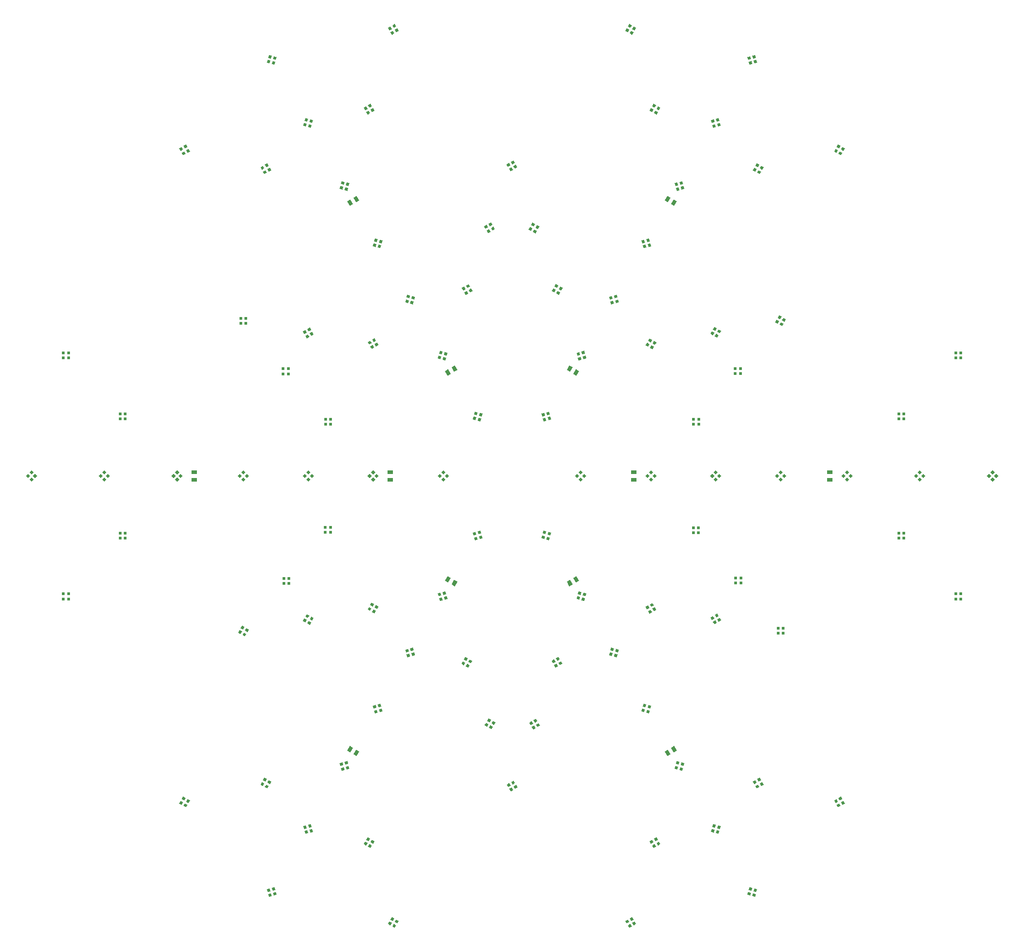
<source format=gbr>
G04 EAGLE Gerber RS-274X export*
G75*
%MOMM*%
%FSLAX34Y34*%
%LPD*%
%INSolderpaste Bottom*%
%IPPOS*%
%AMOC8*
5,1,8,0,0,1.08239X$1,22.5*%
G01*
%ADD10R,1.000000X0.700000*%
%ADD11R,0.550000X0.550000*%
%ADD12R,0.550000X0.550000*%
%ADD13R,0.700000X1.000000*%


D10*
X850000Y992000D03*
X850000Y978000D03*
D11*
G36*
X939393Y985000D02*
X943282Y988889D01*
X947171Y985000D01*
X943282Y981111D01*
X939393Y985000D01*
G37*
G36*
X946111Y978283D02*
X950000Y982172D01*
X953889Y978283D01*
X950000Y974394D01*
X946111Y978283D01*
G37*
G36*
X952829Y985000D02*
X956718Y988889D01*
X960607Y985000D01*
X956718Y981111D01*
X952829Y985000D01*
G37*
G36*
X946111Y991718D02*
X950000Y995607D01*
X953889Y991718D01*
X950000Y987829D01*
X946111Y991718D01*
G37*
G36*
X806893Y985000D02*
X810782Y988889D01*
X814671Y985000D01*
X810782Y981111D01*
X806893Y985000D01*
G37*
G36*
X813611Y978282D02*
X817500Y982171D01*
X821389Y978282D01*
X817500Y974393D01*
X813611Y978282D01*
G37*
G36*
X820329Y985000D02*
X824218Y988889D01*
X828107Y985000D01*
X824218Y981111D01*
X820329Y985000D01*
G37*
G36*
X813611Y991718D02*
X817500Y995607D01*
X821389Y991718D01*
X817500Y987829D01*
X813611Y991718D01*
G37*
D12*
X727750Y1092250D03*
X727750Y1082750D03*
X737250Y1082750D03*
X737250Y1092250D03*
X647750Y1187250D03*
X647750Y1177750D03*
X657250Y1177750D03*
X657250Y1187250D03*
X577250Y1282250D03*
X567750Y1282250D03*
X567750Y1272750D03*
X577250Y1272750D03*
D11*
G36*
X705245Y1252255D02*
X700483Y1249505D01*
X697733Y1254267D01*
X702495Y1257017D01*
X705245Y1252255D01*
G37*
G36*
X700495Y1260483D02*
X695733Y1257733D01*
X692983Y1262495D01*
X697745Y1265245D01*
X700495Y1260483D01*
G37*
G36*
X692267Y1255733D02*
X687505Y1252983D01*
X684755Y1257745D01*
X689517Y1260495D01*
X692267Y1255733D01*
G37*
G36*
X697017Y1247505D02*
X692255Y1244755D01*
X689505Y1249517D01*
X694267Y1252267D01*
X697017Y1247505D01*
G37*
D10*
X480000Y992000D03*
X480000Y978000D03*
D11*
G36*
X827745Y1232255D02*
X822983Y1229505D01*
X820233Y1234267D01*
X824995Y1237017D01*
X827745Y1232255D01*
G37*
G36*
X822995Y1240483D02*
X818233Y1237733D01*
X815483Y1242495D01*
X820245Y1245245D01*
X822995Y1240483D01*
G37*
G36*
X814767Y1235733D02*
X810005Y1232983D01*
X807255Y1237745D01*
X812017Y1240495D01*
X814767Y1235733D01*
G37*
G36*
X819517Y1227505D02*
X814755Y1224755D01*
X812005Y1229517D01*
X816767Y1232267D01*
X819517Y1227505D01*
G37*
G36*
X684394Y985000D02*
X688283Y988889D01*
X692172Y985000D01*
X688283Y981111D01*
X684394Y985000D01*
G37*
G36*
X691111Y978282D02*
X695000Y982171D01*
X698889Y978282D01*
X695000Y974393D01*
X691111Y978282D01*
G37*
G36*
X697829Y985000D02*
X701718Y988889D01*
X705607Y985000D01*
X701718Y981111D01*
X697829Y985000D01*
G37*
G36*
X691111Y991718D02*
X695000Y995607D01*
X698889Y991718D01*
X695000Y987829D01*
X691111Y991718D01*
G37*
G36*
X561893Y985000D02*
X565782Y988889D01*
X569671Y985000D01*
X565782Y981111D01*
X561893Y985000D01*
G37*
G36*
X568611Y978282D02*
X572500Y982171D01*
X576389Y978282D01*
X572500Y974393D01*
X568611Y978282D01*
G37*
G36*
X575329Y985000D02*
X579218Y988889D01*
X583107Y985000D01*
X579218Y981111D01*
X575329Y985000D01*
G37*
G36*
X568611Y991718D02*
X572500Y995607D01*
X576389Y991718D01*
X572500Y987829D01*
X568611Y991718D01*
G37*
G36*
X436894Y985000D02*
X440783Y988889D01*
X444672Y985000D01*
X440783Y981111D01*
X436894Y985000D01*
G37*
G36*
X443611Y978282D02*
X447500Y982171D01*
X451389Y978282D01*
X447500Y974393D01*
X443611Y978282D01*
G37*
G36*
X450329Y985000D02*
X454218Y988889D01*
X458107Y985000D01*
X454218Y981111D01*
X450329Y985000D01*
G37*
G36*
X443611Y991718D02*
X447500Y995607D01*
X451389Y991718D01*
X447500Y987829D01*
X443611Y991718D01*
G37*
D12*
X340250Y1102250D03*
X340250Y1092750D03*
X349750Y1092750D03*
X349750Y1102250D03*
X232750Y1217250D03*
X232750Y1207750D03*
X242250Y1207750D03*
X242250Y1217250D03*
X340250Y867750D03*
X349750Y867750D03*
X349750Y877250D03*
X340250Y877250D03*
X232750Y752750D03*
X242250Y752750D03*
X242250Y762250D03*
X232750Y762250D03*
D11*
G36*
X299394Y985000D02*
X303283Y988889D01*
X307172Y985000D01*
X303283Y981111D01*
X299394Y985000D01*
G37*
G36*
X306111Y978282D02*
X310000Y982171D01*
X313889Y978282D01*
X310000Y974393D01*
X306111Y978282D01*
G37*
G36*
X312829Y985000D02*
X316718Y988889D01*
X320607Y985000D01*
X316718Y981111D01*
X312829Y985000D01*
G37*
G36*
X306111Y991718D02*
X310000Y995607D01*
X313889Y991718D01*
X310000Y987829D01*
X306111Y991718D01*
G37*
G36*
X161893Y985000D02*
X165782Y988889D01*
X169671Y985000D01*
X165782Y981111D01*
X161893Y985000D01*
G37*
G36*
X168611Y978282D02*
X172500Y982171D01*
X176389Y978282D01*
X172500Y974393D01*
X168611Y978282D01*
G37*
G36*
X175329Y985000D02*
X179218Y988889D01*
X183107Y985000D01*
X179218Y981111D01*
X175329Y985000D01*
G37*
G36*
X168611Y991717D02*
X172500Y995606D01*
X176389Y991717D01*
X172500Y987828D01*
X168611Y991717D01*
G37*
D13*
G36*
X958230Y795701D02*
X964292Y792201D01*
X959292Y783541D01*
X953230Y787041D01*
X958230Y795701D01*
G37*
G36*
X970354Y788701D02*
X976416Y785201D01*
X971416Y776541D01*
X965354Y780041D01*
X970354Y788701D01*
G37*
D11*
G36*
X1009520Y863538D02*
X1008096Y868850D01*
X1013408Y870274D01*
X1014832Y864962D01*
X1009520Y863538D01*
G37*
G36*
X1018697Y865997D02*
X1017273Y871309D01*
X1022585Y872733D01*
X1024009Y867421D01*
X1018697Y865997D01*
G37*
G36*
X1016238Y875173D02*
X1014814Y880485D01*
X1020126Y881909D01*
X1021550Y876597D01*
X1016238Y875173D01*
G37*
G36*
X1007061Y872714D02*
X1005637Y878026D01*
X1010949Y879450D01*
X1012373Y874138D01*
X1007061Y872714D01*
G37*
G36*
X943270Y748789D02*
X941846Y754101D01*
X947158Y755525D01*
X948582Y750213D01*
X943270Y748789D01*
G37*
G36*
X952447Y751248D02*
X951023Y756560D01*
X956335Y757984D01*
X957759Y752672D01*
X952447Y751248D01*
G37*
G36*
X949988Y760424D02*
X948564Y765736D01*
X953876Y767160D01*
X955300Y761848D01*
X949988Y760424D01*
G37*
G36*
X940811Y757966D02*
X939387Y763278D01*
X944699Y764702D01*
X946123Y759390D01*
X940811Y757966D01*
G37*
G36*
X807061Y732868D02*
X809811Y737630D01*
X814573Y734880D01*
X811823Y730118D01*
X807061Y732868D01*
G37*
G36*
X815288Y728118D02*
X818038Y732880D01*
X822800Y730130D01*
X820050Y725368D01*
X815288Y728118D01*
G37*
G36*
X820038Y736345D02*
X822788Y741107D01*
X827550Y738357D01*
X824800Y733595D01*
X820038Y736345D01*
G37*
G36*
X811811Y741095D02*
X814561Y745857D01*
X819323Y743107D01*
X816573Y738345D01*
X811811Y741095D01*
G37*
G36*
X684788Y711086D02*
X687538Y715848D01*
X692300Y713098D01*
X689550Y708336D01*
X684788Y711086D01*
G37*
G36*
X693016Y706336D02*
X695766Y711098D01*
X700528Y708348D01*
X697778Y703586D01*
X693016Y706336D01*
G37*
G36*
X697766Y714563D02*
X700516Y719325D01*
X705278Y716575D01*
X702528Y711813D01*
X697766Y714563D01*
G37*
G36*
X689538Y719313D02*
X692288Y724075D01*
X697050Y721325D01*
X694300Y716563D01*
X689538Y719313D01*
G37*
G36*
X570016Y702293D02*
X574778Y699543D01*
X572028Y694781D01*
X567266Y697531D01*
X570016Y702293D01*
G37*
G36*
X565266Y694066D02*
X570028Y691316D01*
X567278Y686554D01*
X562516Y689304D01*
X565266Y694066D01*
G37*
G36*
X573493Y689316D02*
X578255Y686566D01*
X575505Y681804D01*
X570743Y684554D01*
X573493Y689316D01*
G37*
G36*
X578243Y697543D02*
X583005Y694793D01*
X580255Y690031D01*
X575493Y692781D01*
X578243Y697543D01*
G37*
D12*
X658246Y791637D03*
X648746Y791637D03*
X648746Y782137D03*
X658246Y782137D03*
D13*
G36*
X773230Y475271D02*
X779292Y471771D01*
X774292Y463111D01*
X768230Y466611D01*
X773230Y475271D01*
G37*
G36*
X785354Y468271D02*
X791416Y464771D01*
X786416Y456111D01*
X780354Y459611D01*
X785354Y468271D01*
G37*
D12*
X736817Y887725D03*
X727317Y887725D03*
X727317Y878225D03*
X736817Y878225D03*
D11*
G36*
X882020Y642701D02*
X880596Y648013D01*
X885908Y649437D01*
X887332Y644125D01*
X882020Y642701D01*
G37*
G36*
X891197Y645160D02*
X889773Y650472D01*
X895085Y651896D01*
X896509Y646584D01*
X891197Y645160D01*
G37*
G36*
X888738Y654336D02*
X887314Y659648D01*
X892626Y661072D01*
X894050Y655760D01*
X888738Y654336D01*
G37*
G36*
X879561Y651878D02*
X878137Y657190D01*
X883449Y658614D01*
X884873Y653302D01*
X879561Y651878D01*
G37*
G36*
X820770Y536613D02*
X819346Y541925D01*
X824658Y543349D01*
X826082Y538037D01*
X820770Y536613D01*
G37*
G36*
X829947Y539072D02*
X828523Y544384D01*
X833835Y545808D01*
X835259Y540496D01*
X829947Y539072D01*
G37*
G36*
X827488Y548248D02*
X826064Y553560D01*
X831376Y554984D01*
X832800Y549672D01*
X827488Y548248D01*
G37*
G36*
X818311Y545789D02*
X816887Y551101D01*
X822199Y552525D01*
X823623Y547213D01*
X818311Y545789D01*
G37*
G36*
X758270Y428360D02*
X756846Y433672D01*
X762158Y435096D01*
X763582Y429784D01*
X758270Y428360D01*
G37*
G36*
X767447Y430819D02*
X766023Y436131D01*
X771335Y437555D01*
X772759Y432243D01*
X767447Y430819D01*
G37*
G36*
X764988Y439995D02*
X763564Y445307D01*
X768876Y446731D01*
X770300Y441419D01*
X764988Y439995D01*
G37*
G36*
X755811Y437536D02*
X754387Y442848D01*
X759699Y444272D01*
X761123Y438960D01*
X755811Y437536D01*
G37*
G36*
X604651Y402283D02*
X607401Y407045D01*
X612163Y404295D01*
X609413Y399533D01*
X604651Y402283D01*
G37*
G36*
X612878Y397533D02*
X615628Y402295D01*
X620390Y399545D01*
X617640Y394783D01*
X612878Y397533D01*
G37*
G36*
X617628Y405761D02*
X620378Y410523D01*
X625140Y407773D01*
X622390Y403011D01*
X617628Y405761D01*
G37*
G36*
X609401Y410511D02*
X612151Y415273D01*
X616913Y412523D01*
X614163Y407761D01*
X609401Y410511D01*
G37*
G36*
X451308Y366686D02*
X454058Y371448D01*
X458820Y368698D01*
X456070Y363936D01*
X451308Y366686D01*
G37*
G36*
X459535Y361936D02*
X462285Y366698D01*
X467047Y363948D01*
X464297Y359186D01*
X459535Y361936D01*
G37*
G36*
X464285Y370163D02*
X467035Y374925D01*
X471797Y372175D01*
X469047Y367413D01*
X464285Y370163D01*
G37*
G36*
X456058Y374913D02*
X458808Y379675D01*
X463570Y376925D01*
X460820Y372163D01*
X456058Y374913D01*
G37*
G36*
X812495Y282283D02*
X807733Y285033D01*
X810483Y289795D01*
X815245Y287045D01*
X812495Y282283D01*
G37*
G36*
X817245Y290511D02*
X812483Y293261D01*
X815233Y298023D01*
X819995Y295273D01*
X817245Y290511D01*
G37*
G36*
X809018Y295261D02*
X804256Y298011D01*
X807006Y302773D01*
X811768Y300023D01*
X809018Y295261D01*
G37*
G36*
X804268Y287033D02*
X799506Y289783D01*
X802256Y294545D01*
X807018Y291795D01*
X804268Y287033D01*
G37*
G36*
X858338Y131686D02*
X853576Y134436D01*
X856326Y139198D01*
X861088Y136448D01*
X858338Y131686D01*
G37*
G36*
X863088Y139913D02*
X858326Y142663D01*
X861076Y147425D01*
X865838Y144675D01*
X863088Y139913D01*
G37*
G36*
X854861Y144663D02*
X850099Y147413D01*
X852849Y152175D01*
X857611Y149425D01*
X854861Y144663D01*
G37*
G36*
X850111Y136436D02*
X845349Y139186D01*
X848099Y143948D01*
X852861Y141198D01*
X850111Y136436D01*
G37*
G36*
X689520Y309282D02*
X688096Y314594D01*
X693408Y316018D01*
X694832Y310706D01*
X689520Y309282D01*
G37*
G36*
X698697Y311740D02*
X697273Y317052D01*
X702585Y318476D01*
X704009Y313164D01*
X698697Y311740D01*
G37*
G36*
X696238Y320917D02*
X694814Y326229D01*
X700126Y327653D01*
X701550Y322341D01*
X696238Y320917D01*
G37*
G36*
X687061Y318458D02*
X685637Y323770D01*
X690949Y325194D01*
X692373Y319882D01*
X687061Y318458D01*
G37*
G36*
X620770Y190203D02*
X619346Y195515D01*
X624658Y196939D01*
X626082Y191627D01*
X620770Y190203D01*
G37*
G36*
X629947Y192662D02*
X628523Y197974D01*
X633835Y199398D01*
X635259Y194086D01*
X629947Y192662D01*
G37*
G36*
X627488Y201838D02*
X626064Y207150D01*
X631376Y208574D01*
X632800Y203262D01*
X627488Y201838D01*
G37*
G36*
X618311Y199379D02*
X616887Y204691D01*
X622199Y206115D01*
X623623Y200803D01*
X618311Y199379D01*
G37*
D13*
G36*
X1182876Y785201D02*
X1188938Y788701D01*
X1193938Y780041D01*
X1187876Y776541D01*
X1182876Y785201D01*
G37*
G36*
X1195000Y792201D02*
X1201062Y795701D01*
X1206062Y787041D01*
X1200000Y783541D01*
X1195000Y792201D01*
G37*
D11*
G36*
X1149772Y863538D02*
X1144460Y864962D01*
X1145884Y870274D01*
X1151196Y868850D01*
X1149772Y863538D01*
G37*
G36*
X1152231Y872714D02*
X1146919Y874138D01*
X1148343Y879450D01*
X1153655Y878026D01*
X1152231Y872714D01*
G37*
G36*
X1143054Y875173D02*
X1137742Y876597D01*
X1139166Y881909D01*
X1144478Y880485D01*
X1143054Y875173D01*
G37*
G36*
X1140595Y865997D02*
X1135283Y867421D01*
X1136707Y872733D01*
X1142019Y871309D01*
X1140595Y865997D01*
G37*
G36*
X1216022Y748789D02*
X1210710Y750213D01*
X1212134Y755525D01*
X1217446Y754101D01*
X1216022Y748789D01*
G37*
G36*
X1218481Y757966D02*
X1213169Y759390D01*
X1214593Y764702D01*
X1219905Y763278D01*
X1218481Y757966D01*
G37*
G36*
X1209304Y760424D02*
X1203992Y761848D01*
X1205416Y767160D01*
X1210728Y765736D01*
X1209304Y760424D01*
G37*
G36*
X1206845Y751248D02*
X1201533Y752672D01*
X1202957Y757984D01*
X1208269Y756560D01*
X1206845Y751248D01*
G37*
G36*
X1161707Y622868D02*
X1158957Y627630D01*
X1163719Y630380D01*
X1166469Y625618D01*
X1161707Y622868D01*
G37*
G36*
X1169934Y627618D02*
X1167184Y632380D01*
X1171946Y635130D01*
X1174696Y630368D01*
X1169934Y627618D01*
G37*
G36*
X1165184Y635845D02*
X1162434Y640607D01*
X1167196Y643357D01*
X1169946Y638595D01*
X1165184Y635845D01*
G37*
G36*
X1156957Y631095D02*
X1154207Y635857D01*
X1158969Y638607D01*
X1161719Y633845D01*
X1156957Y631095D01*
G37*
G36*
X1119434Y506086D02*
X1116684Y510848D01*
X1121446Y513598D01*
X1124196Y508836D01*
X1119434Y506086D01*
G37*
G36*
X1127662Y510836D02*
X1124912Y515598D01*
X1129674Y518348D01*
X1132424Y513586D01*
X1127662Y510836D01*
G37*
G36*
X1122912Y519063D02*
X1120162Y523825D01*
X1124924Y526575D01*
X1127674Y521813D01*
X1122912Y519063D01*
G37*
G36*
X1114684Y514313D02*
X1111934Y519075D01*
X1116696Y521825D01*
X1119446Y517063D01*
X1114684Y514313D01*
G37*
G36*
X1069662Y402293D02*
X1074424Y405043D01*
X1077174Y400281D01*
X1072412Y397531D01*
X1069662Y402293D01*
G37*
G36*
X1074412Y394066D02*
X1079174Y396816D01*
X1081924Y392054D01*
X1077162Y389304D01*
X1074412Y394066D01*
G37*
G36*
X1082639Y398816D02*
X1087401Y401566D01*
X1090151Y396804D01*
X1085389Y394054D01*
X1082639Y398816D01*
G37*
G36*
X1077889Y407043D02*
X1082651Y409793D01*
X1085401Y405031D01*
X1080639Y402281D01*
X1077889Y407043D01*
G37*
G36*
X1035398Y527131D02*
X1040160Y524381D01*
X1037410Y519619D01*
X1032648Y522369D01*
X1035398Y527131D01*
G37*
G36*
X1030648Y518904D02*
X1035410Y516154D01*
X1032660Y511392D01*
X1027898Y514142D01*
X1030648Y518904D01*
G37*
G36*
X1038875Y514154D02*
X1043637Y511404D01*
X1040887Y506642D01*
X1036125Y509392D01*
X1038875Y514154D01*
G37*
G36*
X1043625Y522381D02*
X1048387Y519631D01*
X1045637Y514869D01*
X1040875Y517619D01*
X1043625Y522381D01*
G37*
D13*
G36*
X1367876Y464771D02*
X1373938Y468271D01*
X1378938Y459611D01*
X1372876Y456111D01*
X1367876Y464771D01*
G37*
G36*
X1380000Y471771D02*
X1386062Y475271D01*
X1391062Y466611D01*
X1385000Y463111D01*
X1380000Y471771D01*
G37*
D11*
G36*
X991468Y643220D02*
X996230Y640470D01*
X993480Y635708D01*
X988718Y638458D01*
X991468Y643220D01*
G37*
G36*
X986718Y634992D02*
X991480Y632242D01*
X988730Y627480D01*
X983968Y630230D01*
X986718Y634992D01*
G37*
G36*
X994945Y630242D02*
X999707Y627492D01*
X996957Y622730D01*
X992195Y625480D01*
X994945Y630242D01*
G37*
G36*
X999695Y638470D02*
X1004457Y635720D01*
X1001707Y630958D01*
X996945Y633708D01*
X999695Y638470D01*
G37*
G36*
X1277272Y642701D02*
X1271960Y644125D01*
X1273384Y649437D01*
X1278696Y648013D01*
X1277272Y642701D01*
G37*
G36*
X1279731Y651878D02*
X1274419Y653302D01*
X1275843Y658614D01*
X1281155Y657190D01*
X1279731Y651878D01*
G37*
G36*
X1270554Y654336D02*
X1265242Y655760D01*
X1266666Y661072D01*
X1271978Y659648D01*
X1270554Y654336D01*
G37*
G36*
X1268095Y645160D02*
X1262783Y646584D01*
X1264207Y651896D01*
X1269519Y650472D01*
X1268095Y645160D01*
G37*
G36*
X1338522Y536613D02*
X1333210Y538037D01*
X1334634Y543349D01*
X1339946Y541925D01*
X1338522Y536613D01*
G37*
G36*
X1340981Y545789D02*
X1335669Y547213D01*
X1337093Y552525D01*
X1342405Y551101D01*
X1340981Y545789D01*
G37*
G36*
X1331804Y548248D02*
X1326492Y549672D01*
X1327916Y554984D01*
X1333228Y553560D01*
X1331804Y548248D01*
G37*
G36*
X1329345Y539072D02*
X1324033Y540496D01*
X1325457Y545808D01*
X1330769Y544384D01*
X1329345Y539072D01*
G37*
G36*
X1401022Y428360D02*
X1395710Y429784D01*
X1397134Y435096D01*
X1402446Y433672D01*
X1401022Y428360D01*
G37*
G36*
X1403481Y437536D02*
X1398169Y438960D01*
X1399593Y444272D01*
X1404905Y442848D01*
X1403481Y437536D01*
G37*
G36*
X1394304Y439995D02*
X1388992Y441419D01*
X1390416Y446731D01*
X1395728Y445307D01*
X1394304Y439995D01*
G37*
G36*
X1391845Y430819D02*
X1386533Y432243D01*
X1387957Y437555D01*
X1393269Y436131D01*
X1391845Y430819D01*
G37*
G36*
X1346797Y282283D02*
X1344047Y287045D01*
X1348809Y289795D01*
X1351559Y285033D01*
X1346797Y282283D01*
G37*
G36*
X1355024Y287033D02*
X1352274Y291795D01*
X1357036Y294545D01*
X1359786Y289783D01*
X1355024Y287033D01*
G37*
G36*
X1350274Y295261D02*
X1347524Y300023D01*
X1352286Y302773D01*
X1355036Y298011D01*
X1350274Y295261D01*
G37*
G36*
X1342047Y290511D02*
X1339297Y295273D01*
X1344059Y298023D01*
X1346809Y293261D01*
X1342047Y290511D01*
G37*
G36*
X1300954Y131686D02*
X1298204Y136448D01*
X1302966Y139198D01*
X1305716Y134436D01*
X1300954Y131686D01*
G37*
G36*
X1309181Y136436D02*
X1306431Y141198D01*
X1311193Y143948D01*
X1313943Y139186D01*
X1309181Y136436D01*
G37*
G36*
X1304431Y144663D02*
X1301681Y149425D01*
X1306443Y152175D01*
X1309193Y147413D01*
X1304431Y144663D01*
G37*
G36*
X1296204Y139913D02*
X1293454Y144675D01*
X1298216Y147425D01*
X1300966Y142663D01*
X1296204Y139913D01*
G37*
G36*
X1554641Y402283D02*
X1549879Y399533D01*
X1547129Y404295D01*
X1551891Y407045D01*
X1554641Y402283D01*
G37*
G36*
X1549891Y410511D02*
X1545129Y407761D01*
X1542379Y412523D01*
X1547141Y415273D01*
X1549891Y410511D01*
G37*
G36*
X1541664Y405761D02*
X1536902Y403011D01*
X1534152Y407773D01*
X1538914Y410523D01*
X1541664Y405761D01*
G37*
G36*
X1546414Y397533D02*
X1541652Y394783D01*
X1538902Y399545D01*
X1543664Y402295D01*
X1546414Y397533D01*
G37*
G36*
X1707984Y366686D02*
X1703222Y363936D01*
X1700472Y368698D01*
X1705234Y371448D01*
X1707984Y366686D01*
G37*
G36*
X1703234Y374913D02*
X1698472Y372163D01*
X1695722Y376925D01*
X1700484Y379675D01*
X1703234Y374913D01*
G37*
G36*
X1695007Y370163D02*
X1690245Y367413D01*
X1687495Y372175D01*
X1692257Y374925D01*
X1695007Y370163D01*
G37*
G36*
X1699757Y361936D02*
X1694995Y359186D01*
X1692245Y363948D01*
X1697007Y366698D01*
X1699757Y361936D01*
G37*
G36*
X1469772Y309282D02*
X1464460Y310706D01*
X1465884Y316018D01*
X1471196Y314594D01*
X1469772Y309282D01*
G37*
G36*
X1472231Y318458D02*
X1466919Y319882D01*
X1468343Y325194D01*
X1473655Y323770D01*
X1472231Y318458D01*
G37*
G36*
X1463054Y320917D02*
X1457742Y322341D01*
X1459166Y327653D01*
X1464478Y326229D01*
X1463054Y320917D01*
G37*
G36*
X1460595Y311740D02*
X1455283Y313164D01*
X1456707Y318476D01*
X1462019Y317052D01*
X1460595Y311740D01*
G37*
G36*
X1538522Y190203D02*
X1533210Y191627D01*
X1534634Y196939D01*
X1539946Y195515D01*
X1538522Y190203D01*
G37*
G36*
X1540981Y199379D02*
X1535669Y200803D01*
X1537093Y206115D01*
X1542405Y204691D01*
X1540981Y199379D01*
G37*
G36*
X1531804Y201838D02*
X1526492Y203262D01*
X1527916Y208574D01*
X1533228Y207150D01*
X1531804Y201838D01*
G37*
G36*
X1529345Y192662D02*
X1524033Y194086D01*
X1525457Y199398D01*
X1530769Y197974D01*
X1529345Y192662D01*
G37*
D10*
X1309292Y978000D03*
X1309292Y992000D03*
D11*
G36*
X1219899Y985000D02*
X1216010Y981111D01*
X1212121Y985000D01*
X1216010Y988889D01*
X1219899Y985000D01*
G37*
G36*
X1213181Y991718D02*
X1209292Y987829D01*
X1205403Y991718D01*
X1209292Y995607D01*
X1213181Y991718D01*
G37*
G36*
X1206463Y985000D02*
X1202574Y981111D01*
X1198685Y985000D01*
X1202574Y988889D01*
X1206463Y985000D01*
G37*
G36*
X1213181Y978282D02*
X1209292Y974393D01*
X1205403Y978282D01*
X1209292Y982171D01*
X1213181Y978282D01*
G37*
G36*
X1352399Y985000D02*
X1348510Y981111D01*
X1344621Y985000D01*
X1348510Y988889D01*
X1352399Y985000D01*
G37*
G36*
X1345681Y991718D02*
X1341792Y987829D01*
X1337903Y991718D01*
X1341792Y995607D01*
X1345681Y991718D01*
G37*
G36*
X1338963Y985000D02*
X1335074Y981111D01*
X1331185Y985000D01*
X1335074Y988889D01*
X1338963Y985000D01*
G37*
G36*
X1345681Y978282D02*
X1341792Y974393D01*
X1337903Y978282D01*
X1341792Y982171D01*
X1345681Y978282D01*
G37*
D12*
X1431542Y877750D03*
X1431542Y887250D03*
X1422042Y887250D03*
X1422042Y877750D03*
X1511542Y782750D03*
X1511542Y792250D03*
X1502042Y792250D03*
X1502042Y782750D03*
X1582042Y687750D03*
X1591542Y687750D03*
X1591542Y697250D03*
X1582042Y697250D03*
D11*
G36*
X1454047Y717745D02*
X1458809Y720495D01*
X1461559Y715733D01*
X1456797Y712983D01*
X1454047Y717745D01*
G37*
G36*
X1458797Y709517D02*
X1463559Y712267D01*
X1466309Y707505D01*
X1461547Y704755D01*
X1458797Y709517D01*
G37*
G36*
X1467025Y714267D02*
X1471787Y717017D01*
X1474537Y712255D01*
X1469775Y709505D01*
X1467025Y714267D01*
G37*
G36*
X1462275Y722495D02*
X1467037Y725245D01*
X1469787Y720483D01*
X1465025Y717733D01*
X1462275Y722495D01*
G37*
D10*
X1679292Y978000D03*
X1679292Y992000D03*
D11*
G36*
X1331547Y737745D02*
X1336309Y740495D01*
X1339059Y735733D01*
X1334297Y732983D01*
X1331547Y737745D01*
G37*
G36*
X1336297Y729517D02*
X1341059Y732267D01*
X1343809Y727505D01*
X1339047Y724755D01*
X1336297Y729517D01*
G37*
G36*
X1344525Y734267D02*
X1349287Y737017D01*
X1352037Y732255D01*
X1347275Y729505D01*
X1344525Y734267D01*
G37*
G36*
X1339775Y742495D02*
X1344537Y745245D01*
X1347287Y740483D01*
X1342525Y737733D01*
X1339775Y742495D01*
G37*
G36*
X1474898Y985000D02*
X1471009Y981111D01*
X1467120Y985000D01*
X1471009Y988889D01*
X1474898Y985000D01*
G37*
G36*
X1468181Y991718D02*
X1464292Y987829D01*
X1460403Y991718D01*
X1464292Y995607D01*
X1468181Y991718D01*
G37*
G36*
X1461463Y985000D02*
X1457574Y981111D01*
X1453685Y985000D01*
X1457574Y988889D01*
X1461463Y985000D01*
G37*
G36*
X1468181Y978282D02*
X1464292Y974393D01*
X1460403Y978282D01*
X1464292Y982171D01*
X1468181Y978282D01*
G37*
G36*
X1597399Y985000D02*
X1593510Y981111D01*
X1589621Y985000D01*
X1593510Y988889D01*
X1597399Y985000D01*
G37*
G36*
X1590681Y991718D02*
X1586792Y987829D01*
X1582903Y991718D01*
X1586792Y995607D01*
X1590681Y991718D01*
G37*
G36*
X1583963Y985000D02*
X1580074Y981111D01*
X1576185Y985000D01*
X1580074Y988889D01*
X1583963Y985000D01*
G37*
G36*
X1590681Y978282D02*
X1586792Y974393D01*
X1582903Y978282D01*
X1586792Y982171D01*
X1590681Y978282D01*
G37*
G36*
X1722398Y985000D02*
X1718509Y981111D01*
X1714620Y985000D01*
X1718509Y988889D01*
X1722398Y985000D01*
G37*
G36*
X1715681Y991718D02*
X1711792Y987829D01*
X1707903Y991718D01*
X1711792Y995607D01*
X1715681Y991718D01*
G37*
G36*
X1708963Y985000D02*
X1705074Y981111D01*
X1701185Y985000D01*
X1705074Y988889D01*
X1708963Y985000D01*
G37*
G36*
X1715681Y978282D02*
X1711792Y974393D01*
X1707903Y978282D01*
X1711792Y982171D01*
X1715681Y978282D01*
G37*
D12*
X1819042Y867750D03*
X1819042Y877250D03*
X1809542Y877250D03*
X1809542Y867750D03*
X1926542Y752750D03*
X1926542Y762250D03*
X1917042Y762250D03*
X1917042Y752750D03*
X1819042Y1102250D03*
X1809542Y1102250D03*
X1809542Y1092750D03*
X1819042Y1092750D03*
X1926542Y1217250D03*
X1917042Y1217250D03*
X1917042Y1207750D03*
X1926542Y1207750D03*
D11*
G36*
X1859898Y985000D02*
X1856009Y981111D01*
X1852120Y985000D01*
X1856009Y988889D01*
X1859898Y985000D01*
G37*
G36*
X1853181Y991718D02*
X1849292Y987829D01*
X1845403Y991718D01*
X1849292Y995607D01*
X1853181Y991718D01*
G37*
G36*
X1846463Y985000D02*
X1842574Y981111D01*
X1838685Y985000D01*
X1842574Y988889D01*
X1846463Y985000D01*
G37*
G36*
X1853181Y978282D02*
X1849292Y974393D01*
X1845403Y978282D01*
X1849292Y982171D01*
X1853181Y978282D01*
G37*
G36*
X1997399Y985000D02*
X1993510Y981111D01*
X1989621Y985000D01*
X1993510Y988889D01*
X1997399Y985000D01*
G37*
G36*
X1990681Y991718D02*
X1986792Y987829D01*
X1982903Y991718D01*
X1986792Y995607D01*
X1990681Y991718D01*
G37*
G36*
X1983964Y985000D02*
X1980075Y981111D01*
X1976186Y985000D01*
X1980075Y988889D01*
X1983964Y985000D01*
G37*
G36*
X1990681Y978283D02*
X1986792Y974394D01*
X1982903Y978283D01*
X1986792Y982172D01*
X1990681Y978283D01*
G37*
D13*
G36*
X1201062Y1174299D02*
X1195000Y1177799D01*
X1200000Y1186459D01*
X1206062Y1182959D01*
X1201062Y1174299D01*
G37*
G36*
X1188938Y1181299D02*
X1182876Y1184799D01*
X1187876Y1193459D01*
X1193938Y1189959D01*
X1188938Y1181299D01*
G37*
D11*
G36*
X1149772Y1106462D02*
X1151196Y1101150D01*
X1145884Y1099726D01*
X1144460Y1105038D01*
X1149772Y1106462D01*
G37*
G36*
X1140595Y1104003D02*
X1142019Y1098691D01*
X1136707Y1097267D01*
X1135283Y1102579D01*
X1140595Y1104003D01*
G37*
G36*
X1143054Y1094827D02*
X1144478Y1089515D01*
X1139166Y1088091D01*
X1137742Y1093403D01*
X1143054Y1094827D01*
G37*
G36*
X1152231Y1097286D02*
X1153655Y1091974D01*
X1148343Y1090550D01*
X1146919Y1095862D01*
X1152231Y1097286D01*
G37*
G36*
X1216022Y1221211D02*
X1217446Y1215899D01*
X1212134Y1214475D01*
X1210710Y1219787D01*
X1216022Y1221211D01*
G37*
G36*
X1206845Y1218752D02*
X1208269Y1213440D01*
X1202957Y1212016D01*
X1201533Y1217328D01*
X1206845Y1218752D01*
G37*
G36*
X1209304Y1209576D02*
X1210728Y1204264D01*
X1205416Y1202840D01*
X1203992Y1208152D01*
X1209304Y1209576D01*
G37*
G36*
X1218481Y1212034D02*
X1219905Y1206722D01*
X1214593Y1205298D01*
X1213169Y1210610D01*
X1218481Y1212034D01*
G37*
G36*
X1352231Y1237132D02*
X1349481Y1232370D01*
X1344719Y1235120D01*
X1347469Y1239882D01*
X1352231Y1237132D01*
G37*
G36*
X1344004Y1241882D02*
X1341254Y1237120D01*
X1336492Y1239870D01*
X1339242Y1244632D01*
X1344004Y1241882D01*
G37*
G36*
X1339254Y1233655D02*
X1336504Y1228893D01*
X1331742Y1231643D01*
X1334492Y1236405D01*
X1339254Y1233655D01*
G37*
G36*
X1347481Y1228905D02*
X1344731Y1224143D01*
X1339969Y1226893D01*
X1342719Y1231655D01*
X1347481Y1228905D01*
G37*
G36*
X1474504Y1258914D02*
X1471754Y1254152D01*
X1466992Y1256902D01*
X1469742Y1261664D01*
X1474504Y1258914D01*
G37*
G36*
X1466276Y1263664D02*
X1463526Y1258902D01*
X1458764Y1261652D01*
X1461514Y1266414D01*
X1466276Y1263664D01*
G37*
G36*
X1461526Y1255437D02*
X1458776Y1250675D01*
X1454014Y1253425D01*
X1456764Y1258187D01*
X1461526Y1255437D01*
G37*
G36*
X1469754Y1250687D02*
X1467004Y1245925D01*
X1462242Y1248675D01*
X1464992Y1253437D01*
X1469754Y1250687D01*
G37*
G36*
X1589276Y1267707D02*
X1584514Y1270457D01*
X1587264Y1275219D01*
X1592026Y1272469D01*
X1589276Y1267707D01*
G37*
G36*
X1594026Y1275934D02*
X1589264Y1278684D01*
X1592014Y1283446D01*
X1596776Y1280696D01*
X1594026Y1275934D01*
G37*
G36*
X1585799Y1280684D02*
X1581037Y1283434D01*
X1583787Y1288196D01*
X1588549Y1285446D01*
X1585799Y1280684D01*
G37*
G36*
X1581049Y1272457D02*
X1576287Y1275207D01*
X1579037Y1279969D01*
X1583799Y1277219D01*
X1581049Y1272457D01*
G37*
D12*
X1501046Y1178363D03*
X1510546Y1178363D03*
X1510546Y1187863D03*
X1501046Y1187863D03*
D13*
G36*
X1386062Y1494729D02*
X1380000Y1498229D01*
X1385000Y1506889D01*
X1391062Y1503389D01*
X1386062Y1494729D01*
G37*
G36*
X1373938Y1501729D02*
X1367876Y1505229D01*
X1372876Y1513889D01*
X1378938Y1510389D01*
X1373938Y1501729D01*
G37*
D12*
X1422475Y1082275D03*
X1431975Y1082275D03*
X1431975Y1091775D03*
X1422475Y1091775D03*
D11*
G36*
X1277272Y1327299D02*
X1278696Y1321987D01*
X1273384Y1320563D01*
X1271960Y1325875D01*
X1277272Y1327299D01*
G37*
G36*
X1268095Y1324840D02*
X1269519Y1319528D01*
X1264207Y1318104D01*
X1262783Y1323416D01*
X1268095Y1324840D01*
G37*
G36*
X1270554Y1315664D02*
X1271978Y1310352D01*
X1266666Y1308928D01*
X1265242Y1314240D01*
X1270554Y1315664D01*
G37*
G36*
X1279731Y1318122D02*
X1281155Y1312810D01*
X1275843Y1311386D01*
X1274419Y1316698D01*
X1279731Y1318122D01*
G37*
G36*
X1338522Y1433387D02*
X1339946Y1428075D01*
X1334634Y1426651D01*
X1333210Y1431963D01*
X1338522Y1433387D01*
G37*
G36*
X1329345Y1430928D02*
X1330769Y1425616D01*
X1325457Y1424192D01*
X1324033Y1429504D01*
X1329345Y1430928D01*
G37*
G36*
X1331804Y1421752D02*
X1333228Y1416440D01*
X1327916Y1415016D01*
X1326492Y1420328D01*
X1331804Y1421752D01*
G37*
G36*
X1340981Y1424211D02*
X1342405Y1418899D01*
X1337093Y1417475D01*
X1335669Y1422787D01*
X1340981Y1424211D01*
G37*
G36*
X1401022Y1541640D02*
X1402446Y1536328D01*
X1397134Y1534904D01*
X1395710Y1540216D01*
X1401022Y1541640D01*
G37*
G36*
X1391845Y1539181D02*
X1393269Y1533869D01*
X1387957Y1532445D01*
X1386533Y1537757D01*
X1391845Y1539181D01*
G37*
G36*
X1394304Y1530005D02*
X1395728Y1524693D01*
X1390416Y1523269D01*
X1388992Y1528581D01*
X1394304Y1530005D01*
G37*
G36*
X1403481Y1532464D02*
X1404905Y1527152D01*
X1399593Y1525728D01*
X1398169Y1531040D01*
X1403481Y1532464D01*
G37*
G36*
X1554641Y1567717D02*
X1551891Y1562955D01*
X1547129Y1565705D01*
X1549879Y1570467D01*
X1554641Y1567717D01*
G37*
G36*
X1546414Y1572467D02*
X1543664Y1567705D01*
X1538902Y1570455D01*
X1541652Y1575217D01*
X1546414Y1572467D01*
G37*
G36*
X1541664Y1564239D02*
X1538914Y1559477D01*
X1534152Y1562227D01*
X1536902Y1566989D01*
X1541664Y1564239D01*
G37*
G36*
X1549891Y1559489D02*
X1547141Y1554727D01*
X1542379Y1557477D01*
X1545129Y1562239D01*
X1549891Y1559489D01*
G37*
G36*
X1707984Y1603314D02*
X1705234Y1598552D01*
X1700472Y1601302D01*
X1703222Y1606064D01*
X1707984Y1603314D01*
G37*
G36*
X1699757Y1608064D02*
X1697007Y1603302D01*
X1692245Y1606052D01*
X1694995Y1610814D01*
X1699757Y1608064D01*
G37*
G36*
X1695007Y1599837D02*
X1692257Y1595075D01*
X1687495Y1597825D01*
X1690245Y1602587D01*
X1695007Y1599837D01*
G37*
G36*
X1703234Y1595087D02*
X1700484Y1590325D01*
X1695722Y1593075D01*
X1698472Y1597837D01*
X1703234Y1595087D01*
G37*
G36*
X1346797Y1687717D02*
X1351559Y1684967D01*
X1348809Y1680205D01*
X1344047Y1682955D01*
X1346797Y1687717D01*
G37*
G36*
X1342047Y1679489D02*
X1346809Y1676739D01*
X1344059Y1671977D01*
X1339297Y1674727D01*
X1342047Y1679489D01*
G37*
G36*
X1350274Y1674739D02*
X1355036Y1671989D01*
X1352286Y1667227D01*
X1347524Y1669977D01*
X1350274Y1674739D01*
G37*
G36*
X1355024Y1682967D02*
X1359786Y1680217D01*
X1357036Y1675455D01*
X1352274Y1678205D01*
X1355024Y1682967D01*
G37*
G36*
X1300954Y1838314D02*
X1305716Y1835564D01*
X1302966Y1830802D01*
X1298204Y1833552D01*
X1300954Y1838314D01*
G37*
G36*
X1296204Y1830087D02*
X1300966Y1827337D01*
X1298216Y1822575D01*
X1293454Y1825325D01*
X1296204Y1830087D01*
G37*
G36*
X1304431Y1825337D02*
X1309193Y1822587D01*
X1306443Y1817825D01*
X1301681Y1820575D01*
X1304431Y1825337D01*
G37*
G36*
X1309181Y1833564D02*
X1313943Y1830814D01*
X1311193Y1826052D01*
X1306431Y1828802D01*
X1309181Y1833564D01*
G37*
G36*
X1469772Y1660719D02*
X1471196Y1655407D01*
X1465884Y1653983D01*
X1464460Y1659295D01*
X1469772Y1660719D01*
G37*
G36*
X1460595Y1658260D02*
X1462019Y1652948D01*
X1456707Y1651524D01*
X1455283Y1656836D01*
X1460595Y1658260D01*
G37*
G36*
X1463054Y1649083D02*
X1464478Y1643771D01*
X1459166Y1642347D01*
X1457742Y1647659D01*
X1463054Y1649083D01*
G37*
G36*
X1472231Y1651542D02*
X1473655Y1646230D01*
X1468343Y1644806D01*
X1466919Y1650118D01*
X1472231Y1651542D01*
G37*
G36*
X1538522Y1779797D02*
X1539946Y1774485D01*
X1534634Y1773061D01*
X1533210Y1778373D01*
X1538522Y1779797D01*
G37*
G36*
X1529345Y1777338D02*
X1530769Y1772026D01*
X1525457Y1770602D01*
X1524033Y1775914D01*
X1529345Y1777338D01*
G37*
G36*
X1531804Y1768162D02*
X1533228Y1762850D01*
X1527916Y1761426D01*
X1526492Y1766738D01*
X1531804Y1768162D01*
G37*
G36*
X1540981Y1770621D02*
X1542405Y1765309D01*
X1537093Y1763885D01*
X1535669Y1769197D01*
X1540981Y1770621D01*
G37*
D13*
G36*
X976416Y1184799D02*
X970354Y1181299D01*
X965354Y1189959D01*
X971416Y1193459D01*
X976416Y1184799D01*
G37*
G36*
X964292Y1177799D02*
X958230Y1174299D01*
X953230Y1182959D01*
X959292Y1186459D01*
X964292Y1177799D01*
G37*
D11*
G36*
X1009520Y1106462D02*
X1014832Y1105038D01*
X1013408Y1099726D01*
X1008096Y1101150D01*
X1009520Y1106462D01*
G37*
G36*
X1007061Y1097286D02*
X1012373Y1095862D01*
X1010949Y1090550D01*
X1005637Y1091974D01*
X1007061Y1097286D01*
G37*
G36*
X1016238Y1094827D02*
X1021550Y1093403D01*
X1020126Y1088091D01*
X1014814Y1089515D01*
X1016238Y1094827D01*
G37*
G36*
X1018697Y1104003D02*
X1024009Y1102579D01*
X1022585Y1097267D01*
X1017273Y1098691D01*
X1018697Y1104003D01*
G37*
G36*
X943270Y1221211D02*
X948582Y1219787D01*
X947158Y1214475D01*
X941846Y1215899D01*
X943270Y1221211D01*
G37*
G36*
X940811Y1212034D02*
X946123Y1210610D01*
X944699Y1205298D01*
X939387Y1206722D01*
X940811Y1212034D01*
G37*
G36*
X949988Y1209576D02*
X955300Y1208152D01*
X953876Y1202840D01*
X948564Y1204264D01*
X949988Y1209576D01*
G37*
G36*
X952447Y1218752D02*
X957759Y1217328D01*
X956335Y1212016D01*
X951023Y1213440D01*
X952447Y1218752D01*
G37*
G36*
X997585Y1347132D02*
X1000335Y1342370D01*
X995573Y1339620D01*
X992823Y1344382D01*
X997585Y1347132D01*
G37*
G36*
X989358Y1342382D02*
X992108Y1337620D01*
X987346Y1334870D01*
X984596Y1339632D01*
X989358Y1342382D01*
G37*
G36*
X994108Y1334155D02*
X996858Y1329393D01*
X992096Y1326643D01*
X989346Y1331405D01*
X994108Y1334155D01*
G37*
G36*
X1002335Y1338905D02*
X1005085Y1334143D01*
X1000323Y1331393D01*
X997573Y1336155D01*
X1002335Y1338905D01*
G37*
G36*
X1039858Y1463914D02*
X1042608Y1459152D01*
X1037846Y1456402D01*
X1035096Y1461164D01*
X1039858Y1463914D01*
G37*
G36*
X1031630Y1459164D02*
X1034380Y1454402D01*
X1029618Y1451652D01*
X1026868Y1456414D01*
X1031630Y1459164D01*
G37*
G36*
X1036380Y1450937D02*
X1039130Y1446175D01*
X1034368Y1443425D01*
X1031618Y1448187D01*
X1036380Y1450937D01*
G37*
G36*
X1044608Y1455687D02*
X1047358Y1450925D01*
X1042596Y1448175D01*
X1039846Y1452937D01*
X1044608Y1455687D01*
G37*
G36*
X1089630Y1567707D02*
X1084868Y1564957D01*
X1082118Y1569719D01*
X1086880Y1572469D01*
X1089630Y1567707D01*
G37*
G36*
X1084880Y1575934D02*
X1080118Y1573184D01*
X1077368Y1577946D01*
X1082130Y1580696D01*
X1084880Y1575934D01*
G37*
G36*
X1076653Y1571184D02*
X1071891Y1568434D01*
X1069141Y1573196D01*
X1073903Y1575946D01*
X1076653Y1571184D01*
G37*
G36*
X1081403Y1562957D02*
X1076641Y1560207D01*
X1073891Y1564969D01*
X1078653Y1567719D01*
X1081403Y1562957D01*
G37*
G36*
X1123894Y1442869D02*
X1119132Y1445619D01*
X1121882Y1450381D01*
X1126644Y1447631D01*
X1123894Y1442869D01*
G37*
G36*
X1128644Y1451096D02*
X1123882Y1453846D01*
X1126632Y1458608D01*
X1131394Y1455858D01*
X1128644Y1451096D01*
G37*
G36*
X1120417Y1455846D02*
X1115655Y1458596D01*
X1118405Y1463358D01*
X1123167Y1460608D01*
X1120417Y1455846D01*
G37*
G36*
X1115667Y1447619D02*
X1110905Y1450369D01*
X1113655Y1455131D01*
X1118417Y1452381D01*
X1115667Y1447619D01*
G37*
D13*
G36*
X791416Y1505229D02*
X785354Y1501729D01*
X780354Y1510389D01*
X786416Y1513889D01*
X791416Y1505229D01*
G37*
G36*
X779292Y1498229D02*
X773230Y1494729D01*
X768230Y1503389D01*
X774292Y1506889D01*
X779292Y1498229D01*
G37*
D11*
G36*
X1167824Y1326780D02*
X1163062Y1329530D01*
X1165812Y1334292D01*
X1170574Y1331542D01*
X1167824Y1326780D01*
G37*
G36*
X1172574Y1335008D02*
X1167812Y1337758D01*
X1170562Y1342520D01*
X1175324Y1339770D01*
X1172574Y1335008D01*
G37*
G36*
X1164347Y1339758D02*
X1159585Y1342508D01*
X1162335Y1347270D01*
X1167097Y1344520D01*
X1164347Y1339758D01*
G37*
G36*
X1159597Y1331530D02*
X1154835Y1334280D01*
X1157585Y1339042D01*
X1162347Y1336292D01*
X1159597Y1331530D01*
G37*
G36*
X882020Y1327299D02*
X887332Y1325875D01*
X885908Y1320563D01*
X880596Y1321987D01*
X882020Y1327299D01*
G37*
G36*
X879561Y1318122D02*
X884873Y1316698D01*
X883449Y1311386D01*
X878137Y1312810D01*
X879561Y1318122D01*
G37*
G36*
X888738Y1315664D02*
X894050Y1314240D01*
X892626Y1308928D01*
X887314Y1310352D01*
X888738Y1315664D01*
G37*
G36*
X891197Y1324840D02*
X896509Y1323416D01*
X895085Y1318104D01*
X889773Y1319528D01*
X891197Y1324840D01*
G37*
G36*
X820770Y1433387D02*
X826082Y1431963D01*
X824658Y1426651D01*
X819346Y1428075D01*
X820770Y1433387D01*
G37*
G36*
X818311Y1424211D02*
X823623Y1422787D01*
X822199Y1417475D01*
X816887Y1418899D01*
X818311Y1424211D01*
G37*
G36*
X827488Y1421752D02*
X832800Y1420328D01*
X831376Y1415016D01*
X826064Y1416440D01*
X827488Y1421752D01*
G37*
G36*
X829947Y1430928D02*
X835259Y1429504D01*
X833835Y1424192D01*
X828523Y1425616D01*
X829947Y1430928D01*
G37*
G36*
X758270Y1541640D02*
X763582Y1540216D01*
X762158Y1534904D01*
X756846Y1536328D01*
X758270Y1541640D01*
G37*
G36*
X755811Y1532464D02*
X761123Y1531040D01*
X759699Y1525728D01*
X754387Y1527152D01*
X755811Y1532464D01*
G37*
G36*
X764988Y1530005D02*
X770300Y1528581D01*
X768876Y1523269D01*
X763564Y1524693D01*
X764988Y1530005D01*
G37*
G36*
X767447Y1539181D02*
X772759Y1537757D01*
X771335Y1532445D01*
X766023Y1533869D01*
X767447Y1539181D01*
G37*
G36*
X812495Y1687717D02*
X815245Y1682955D01*
X810483Y1680205D01*
X807733Y1684967D01*
X812495Y1687717D01*
G37*
G36*
X804268Y1682967D02*
X807018Y1678205D01*
X802256Y1675455D01*
X799506Y1680217D01*
X804268Y1682967D01*
G37*
G36*
X809018Y1674739D02*
X811768Y1669977D01*
X807006Y1667227D01*
X804256Y1671989D01*
X809018Y1674739D01*
G37*
G36*
X817245Y1679489D02*
X819995Y1674727D01*
X815233Y1671977D01*
X812483Y1676739D01*
X817245Y1679489D01*
G37*
G36*
X858338Y1838314D02*
X861088Y1833552D01*
X856326Y1830802D01*
X853576Y1835564D01*
X858338Y1838314D01*
G37*
G36*
X850111Y1833564D02*
X852861Y1828802D01*
X848099Y1826052D01*
X845349Y1830814D01*
X850111Y1833564D01*
G37*
G36*
X854861Y1825337D02*
X857611Y1820575D01*
X852849Y1817825D01*
X850099Y1822587D01*
X854861Y1825337D01*
G37*
G36*
X863088Y1830087D02*
X865838Y1825325D01*
X861076Y1822575D01*
X858326Y1827337D01*
X863088Y1830087D01*
G37*
G36*
X604651Y1567717D02*
X609413Y1570467D01*
X612163Y1565705D01*
X607401Y1562955D01*
X604651Y1567717D01*
G37*
G36*
X609401Y1559489D02*
X614163Y1562239D01*
X616913Y1557477D01*
X612151Y1554727D01*
X609401Y1559489D01*
G37*
G36*
X617628Y1564239D02*
X622390Y1566989D01*
X625140Y1562227D01*
X620378Y1559477D01*
X617628Y1564239D01*
G37*
G36*
X612878Y1572467D02*
X617640Y1575217D01*
X620390Y1570455D01*
X615628Y1567705D01*
X612878Y1572467D01*
G37*
G36*
X451308Y1603314D02*
X456070Y1606064D01*
X458820Y1601302D01*
X454058Y1598552D01*
X451308Y1603314D01*
G37*
G36*
X456058Y1595087D02*
X460820Y1597837D01*
X463570Y1593075D01*
X458808Y1590325D01*
X456058Y1595087D01*
G37*
G36*
X464285Y1599837D02*
X469047Y1602587D01*
X471797Y1597825D01*
X467035Y1595075D01*
X464285Y1599837D01*
G37*
G36*
X459535Y1608064D02*
X464297Y1610814D01*
X467047Y1606052D01*
X462285Y1603302D01*
X459535Y1608064D01*
G37*
G36*
X689520Y1660719D02*
X694832Y1659295D01*
X693408Y1653983D01*
X688096Y1655407D01*
X689520Y1660719D01*
G37*
G36*
X687061Y1651542D02*
X692373Y1650118D01*
X690949Y1644806D01*
X685637Y1646230D01*
X687061Y1651542D01*
G37*
G36*
X696238Y1649083D02*
X701550Y1647659D01*
X700126Y1642347D01*
X694814Y1643771D01*
X696238Y1649083D01*
G37*
G36*
X698697Y1658260D02*
X704009Y1656836D01*
X702585Y1651524D01*
X697273Y1652948D01*
X698697Y1658260D01*
G37*
G36*
X620770Y1779797D02*
X626082Y1778373D01*
X624658Y1773061D01*
X619346Y1774485D01*
X620770Y1779797D01*
G37*
G36*
X618311Y1770621D02*
X623623Y1769197D01*
X622199Y1763885D01*
X616887Y1765309D01*
X618311Y1770621D01*
G37*
G36*
X627488Y1768162D02*
X632800Y1766738D01*
X631376Y1761426D01*
X626064Y1762850D01*
X627488Y1768162D01*
G37*
G36*
X629947Y1777338D02*
X635259Y1775914D01*
X633835Y1770602D01*
X628523Y1772026D01*
X629947Y1777338D01*
G37*
M02*

</source>
